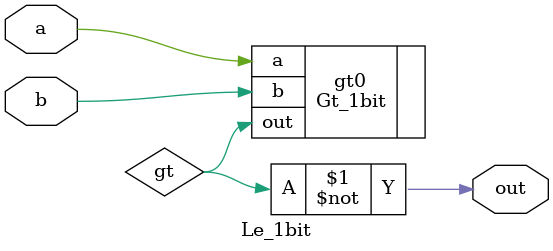
<source format=v>
`timescale 1ns/1ps

module Le_1bit (out, a, b);

input a;
input b;
output out;

wire gt;

Gt_1bit gt0 (
  .a(a),
  .b(b),
  .out(gt)
);

not not0 (out, gt);

endmodule

</source>
